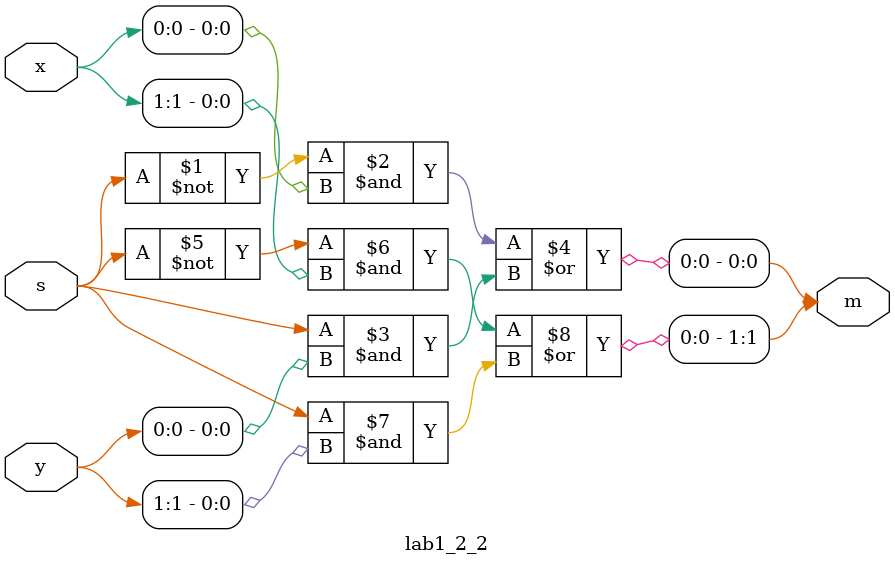
<source format=v>
`timescale 1ns / 1ps

module lab1_2_2(
    input [0:1] x,
    input [0:1] y,
    input s,
    output [0:1] m
    );
    assign #3 m[0] = (~s & x[0]) | (s & y[0]); // 3 units delay
    assign #3 m[1] = (~s & x[1]) | (s & y[1]); // 3 units delay

endmodule

</source>
